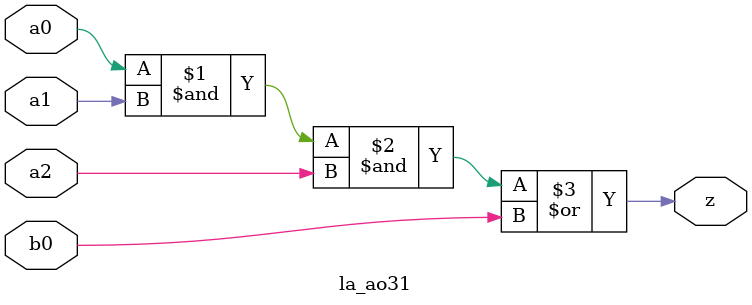
<source format=v>


module la_ao31 #(
    parameter PROP = "DEFAULT"
) (
    input  a0,
    input  a1,
    input  a2,
    input  b0,
    output z
);

    assign z = (a0 & a1 & a2) | b0;

endmodule

</source>
